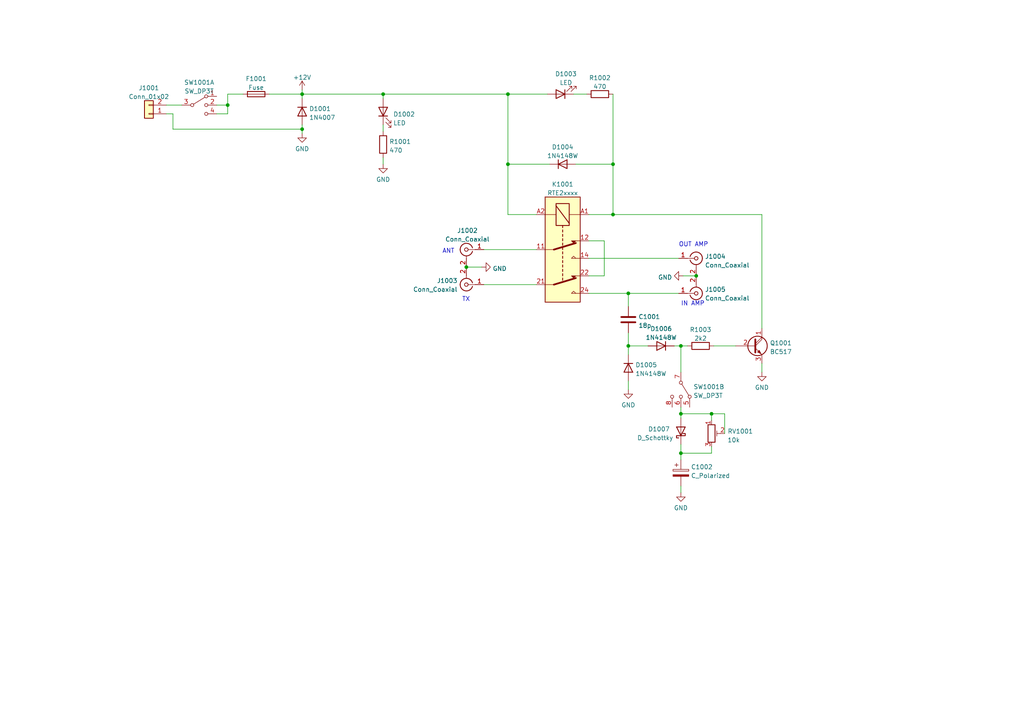
<source format=kicad_sch>
(kicad_sch (version 20211123) (generator eeschema)
  (paper "A4")
  (title_block (title "VOF_HF") (date "2022-05-19") (rev "V0-10") (company "F4DEB"))
  (lib_symbols
    (symbol "Connector:Conn_Coaxial" (pin_names (offset 1.016) hide)
      (property "Reference" "J" (at 0.254 3.048 0))
      (property "Value" "Conn_Coaxial" (at 2.921 0 90))
      (symbol "Conn_Coaxial_0_1"
        (arc (start -1.778 -0.508) (mid 0.2311 -1.8066) (end 1.778 0) (stroke (width 0.254)))
        (polyline (pts (xy -2.54 0) (xy -0.508 0)))
        (polyline (pts (xy 0 -2.54) (xy 0 -1.778)))
        (circle (center 0 0) (radius 0.508) (stroke (width 0.2032)))
        (arc (start 1.778 0) (mid 0.2099 1.8101) (end -1.778 0.508) (stroke (width 0.254)))
      )
      (symbol "Conn_Coaxial_1_1"
        (pin passive line (at -5.08 0 0) (length 2.54) (name "In") (number "1"))
        (pin passive line (at 0 -5.08 90) (length 2.54) (name "Ext") (number "2"))
      )
    )
    (symbol "Connector_Generic:Conn_01x02" (pin_names (offset 1.016) hide)
      (property "Reference" "J" (at 0 2.54 0))
      (property "Value" "Conn_01x02" (at 0 -5.08 0))
      (symbol "Conn_01x02_1_1"
        (rectangle (start -1.27 -2.413) (end 0 -2.667) (stroke (width 0.1524)))
        (rectangle (start -1.27 0.127) (end 0 -0.127) (stroke (width 0.1524)))
        (rectangle (start -1.27 1.27) (end 1.27 -3.81) (stroke (width 0.254)) (fill (type background)))
        (pin passive line (at -5.08 0 0) (length 3.81) (name "Pin_1") (number "1"))
        (pin passive line (at -5.08 -2.54 0) (length 3.81) (name "Pin_2") (number "2"))
      )
    )
    (symbol "Device:C" (pin_numbers hide) (pin_names (offset 0.254))
      (property "Reference" "C" (at 0.635 2.54 0))
      (property "Value" "C" (at 0.635 -2.54 0))
      (symbol "C_0_1"
        (polyline (pts (xy -2.032 -0.762) (xy 2.032 -0.762)) (stroke (width 0.508)))
        (polyline (pts (xy -2.032 0.762) (xy 2.032 0.762)) (stroke (width 0.508)))
      )
      (symbol "C_1_1"
        (pin passive line (at 0 3.81 270) (length 2.794) (name "~") (number "1"))
        (pin passive line (at 0 -3.81 90) (length 2.794) (name "~") (number "2"))
      )
    )
    (symbol "Device:C_Polarized" (pin_numbers hide) (pin_names (offset 0.254))
      (property "Reference" "C" (at 0.635 2.54 0))
      (property "Value" "C_Polarized" (at 0.635 -2.54 0))
      (symbol "C_Polarized_0_1"
        (rectangle (start -2.286 0.508) (end 2.286 1.016))
        (polyline (pts (xy -1.778 2.286) (xy -0.762 2.286)))
        (polyline (pts (xy -1.27 2.794) (xy -1.27 1.778)))
        (rectangle (start 2.286 -0.508) (end -2.286 -1.016) (fill (type outline)))
      )
      (symbol "C_Polarized_1_1"
        (pin passive line (at 0 3.81 270) (length 2.794) (name "~") (number "1"))
        (pin passive line (at 0 -3.81 90) (length 2.794) (name "~") (number "2"))
      )
    )
    (symbol "Device:D_Schottky" (pin_numbers hide) (pin_names (offset 1.016) hide)
      (property "Reference" "D" (at 0 2.54 0))
      (property "Value" "D_Schottky" (at 0 -2.54 0))
      (symbol "D_Schottky_0_1"
        (polyline (pts (xy 1.27 0) (xy -1.27 0)))
        (polyline (pts (xy 1.27 1.27) (xy 1.27 -1.27) (xy -1.27 0) (xy 1.27 1.27)) (stroke (width 0.254)))
        (polyline (pts (xy -1.905 0.635) (xy -1.905 1.27) (xy -1.27 1.27) (xy -1.27 -1.27) (xy -0.635 -1.27) (xy -0.635 -0.635)) (stroke (width 0.254)))
      )
      (symbol "D_Schottky_1_1"
        (pin passive line (at -3.81 0 0) (length 2.54) (name "K") (number "1"))
        (pin passive line (at 3.81 0 180) (length 2.54) (name "A") (number "2"))
      )
    )
    (symbol "Device:Fuse" (pin_numbers hide) (pin_names (offset 0))
      (property "Reference" "F" (at 2.032 0 90))
      (property "Value" "Fuse" (at -1.905 0 90))
      (symbol "Fuse_0_1"
        (rectangle (start -0.762 -2.54) (end 0.762 2.54) (stroke (width 0.254)))
        (polyline (pts (xy 0 2.54) (xy 0 -2.54)))
      )
      (symbol "Fuse_1_1"
        (pin passive line (at 0 3.81 270) (length 1.27) (name "~") (number "1"))
        (pin passive line (at 0 -3.81 90) (length 1.27) (name "~") (number "2"))
      )
    )
    (symbol "Device:LED" (pin_numbers hide) (pin_names (offset 1.016) hide)
      (property "Reference" "D" (at 0 2.54 0))
      (property "Value" "LED" (at 0 -2.54 0))
      (symbol "LED_0_1"
        (polyline (pts (xy -1.27 -1.27) (xy -1.27 1.27)) (stroke (width 0.254)))
        (polyline (pts (xy -1.27 0) (xy 1.27 0)))
        (polyline (pts (xy 1.27 -1.27) (xy 1.27 1.27) (xy -1.27 0) (xy 1.27 -1.27)) (stroke (width 0.254)))
        (polyline (pts (xy -3.048 -0.762) (xy -4.572 -2.286) (xy -3.81 -2.286) (xy -4.572 -2.286) (xy -4.572 -1.524)))
        (polyline (pts (xy -1.778 -0.762) (xy -3.302 -2.286) (xy -2.54 -2.286) (xy -3.302 -2.286) (xy -3.302 -1.524)))
      )
      (symbol "LED_1_1"
        (pin passive line (at -3.81 0 0) (length 2.54) (name "K") (number "1"))
        (pin passive line (at 3.81 0 180) (length 2.54) (name "A") (number "2"))
      )
    )
    (symbol "Device:R" (pin_numbers hide) (pin_names (offset 0))
      (property "Reference" "R" (at 2.032 0 90))
      (property "Value" "R" (at 0 0 90))
      (symbol "R_0_1"
        (rectangle (start -1.016 -2.54) (end 1.016 2.54) (stroke (width 0.254)))
      )
      (symbol "R_1_1"
        (pin passive line (at 0 3.81 270) (length 1.27) (name "~") (number "1"))
        (pin passive line (at 0 -3.81 90) (length 1.27) (name "~") (number "2"))
      )
    )
    (symbol "Device:R_Potentiometer_Trim" (pin_names (offset 1.016) hide)
      (property "Reference" "RV" (at -4.445 0 90))
      (property "Value" "R_Potentiometer_Trim" (at -2.54 0 90))
      (symbol "R_Potentiometer_Trim_0_1"
        (polyline (pts (xy 1.524 0.762) (xy 1.524 -0.762)))
        (polyline (pts (xy 2.54 0) (xy 1.524 0)))
        (rectangle (start 1.016 2.54) (end -1.016 -2.54) (stroke (width 0.254)))
      )
      (symbol "R_Potentiometer_Trim_1_1"
        (pin passive line (at 0 3.81 270) (length 1.27) (name "1") (number "1"))
        (pin passive line (at 3.81 0 180) (length 1.27) (name "2") (number "2"))
        (pin passive line (at 0 -3.81 90) (length 1.27) (name "3") (number "3"))
      )
    )
    (symbol "Diode:1N4007" (pin_numbers hide) (pin_names (offset 1.016) hide)
      (property "Reference" "D" (at 0 2.54 0))
      (property "Value" "1N4007" (at 0 -2.54 0))
      (symbol "1N4007_0_1"
        (polyline (pts (xy -1.27 1.27) (xy -1.27 -1.27)) (stroke (width 0.254)))
        (polyline (pts (xy 1.27 0) (xy -1.27 0)))
        (polyline (pts (xy 1.27 1.27) (xy 1.27 -1.27) (xy -1.27 0) (xy 1.27 1.27)) (stroke (width 0.254)))
      )
      (symbol "1N4007_1_1"
        (pin passive line (at -3.81 0 0) (length 2.54) (name "K") (number "1"))
        (pin passive line (at 3.81 0 180) (length 2.54) (name "A") (number "2"))
      )
    )
    (symbol "Diode:1N4148W" (pin_numbers hide) (pin_names (offset 1.016) hide)
      (property "Reference" "D" (at 0 2.54 0))
      (property "Value" "1N4148W" (at 0 -2.54 0))
      (symbol "1N4148W_0_1"
        (polyline (pts (xy -1.27 1.27) (xy -1.27 -1.27)) (stroke (width 0.254)))
        (polyline (pts (xy 1.27 0) (xy -1.27 0)))
        (polyline (pts (xy 1.27 1.27) (xy 1.27 -1.27) (xy -1.27 0) (xy 1.27 1.27)) (stroke (width 0.254)))
      )
      (symbol "1N4148W_1_1"
        (pin passive line (at -3.81 0 0) (length 2.54) (name "K") (number "1"))
        (pin passive line (at 3.81 0 180) (length 2.54) (name "A") (number "2"))
      )
    )
    (symbol "Relay:RTE2xxxx"
      (property "Reference" "K" (at 16.51 3.81 0))
      (property "Value" "RTE2xxxx" (at 16.51 1.27 0))
      (symbol "RTE2xxxx_0_1"
        (rectangle (start -15.24 5.08) (end 15.24 -5.08) (stroke (width 0.254)) (fill (type background)))
        (rectangle (start -13.335 1.905) (end -6.985 -1.905) (stroke (width 0.254)))
        (polyline (pts (xy -12.7 -1.905) (xy -7.62 1.905)) (stroke (width 0.254)))
        (polyline (pts (xy -10.16 -5.08) (xy -10.16 -1.905)))
        (polyline (pts (xy -10.16 5.08) (xy -10.16 1.905)))
        (polyline (pts (xy -6.985 0) (xy -6.35 0)) (stroke (width 0.254)))
        (polyline (pts (xy -5.715 0) (xy -5.08 0)) (stroke (width 0.254)))
        (polyline (pts (xy -4.445 0) (xy -3.81 0)) (stroke (width 0.254)))
        (polyline (pts (xy -3.175 0) (xy -2.54 0)) (stroke (width 0.254)))
        (polyline (pts (xy -1.905 0) (xy -1.27 0)) (stroke (width 0.254)))
        (polyline (pts (xy -0.635 0) (xy 0 0)) (stroke (width 0.254)))
        (polyline (pts (xy 0 -2.54) (xy -1.905 3.81)) (stroke (width 0.508)))
        (polyline (pts (xy 0 -2.54) (xy 0 -5.08)))
        (polyline (pts (xy 0.635 0) (xy 1.27 0)) (stroke (width 0.254)))
        (polyline (pts (xy 1.905 0) (xy 2.54 0)) (stroke (width 0.254)))
        (polyline (pts (xy 3.175 0) (xy 3.81 0)) (stroke (width 0.254)))
        (polyline (pts (xy 4.445 0) (xy 5.08 0)) (stroke (width 0.254)))
        (polyline (pts (xy 5.715 0) (xy 6.35 0)) (stroke (width 0.254)))
        (polyline (pts (xy 6.985 0) (xy 7.62 0)) (stroke (width 0.254)))
        (polyline (pts (xy 8.255 0) (xy 8.89 0)) (stroke (width 0.254)))
        (polyline (pts (xy 10.16 -2.54) (xy 8.255 3.81)) (stroke (width 0.508)))
        (polyline (pts (xy 10.16 -2.54) (xy 10.16 -5.08)))
        (polyline (pts (xy -2.54 5.08) (xy -2.54 2.54) (xy -1.905 3.175) (xy -2.54 3.81)) (fill (type outline)))
        (polyline (pts (xy 2.54 5.08) (xy 2.54 2.54) (xy 1.905 3.175) (xy 2.54 3.81)))
        (polyline (pts (xy 7.62 5.08) (xy 7.62 2.54) (xy 8.255 3.175) (xy 7.62 3.81)) (fill (type outline)))
        (polyline (pts (xy 12.7 5.08) (xy 12.7 2.54) (xy 12.065 3.175) (xy 12.7 3.81)))
      )
      (symbol "RTE2xxxx_1_1"
        (pin passive line (at 0 -7.62 90) (length 2.54) (name "~") (number "11"))
        (pin passive line (at -2.54 7.62 270) (length 2.54) (name "~") (number "12"))
        (pin passive line (at 2.54 7.62 270) (length 2.54) (name "~") (number "14"))
        (pin passive line (at 10.16 -7.62 90) (length 2.54) (name "~") (number "21"))
        (pin passive line (at 7.62 7.62 270) (length 2.54) (name "~") (number "22"))
        (pin passive line (at 12.7 7.62 270) (length 2.54) (name "~") (number "24"))
        (pin passive line (at -10.16 7.62 270) (length 2.54) (name "~") (number "A1"))
        (pin passive line (at -10.16 -7.62 90) (length 2.54) (name "~") (number "A2"))
      )
    )
    (symbol "Switch:SW_DP3T" (pin_names (offset 0) hide)
      (property "Reference" "SW" (at 0 5.08 0))
      (property "Value" "SW_DP3T" (at 0 -5.08 0))
      (symbol "SW_DP3T_0_1"
        (circle (center -2.032 0) (radius 0.4572))
        (polyline (pts (xy -1.651 0.254) (xy 1.651 2.286)))
        (circle (center 2.032 -2.54) (radius 0.4572))
        (circle (center 2.032 0) (radius 0.4572))
        (circle (center 2.032 2.54) (radius 0.4572))
      )
      (symbol "SW_DP3T_1_1"
        (pin passive line (at 5.08 2.54 180) (length 2.54) (name "1") (number "1"))
        (pin passive line (at 5.08 0 180) (length 2.54) (name "2") (number "2"))
        (pin passive line (at -5.08 0 0) (length 2.54) (name "3") (number "3"))
        (pin passive line (at 5.08 -2.54 180) (length 2.54) (name "4") (number "4"))
      )
      (symbol "SW_DP3T_2_1"
        (pin passive line (at 5.08 2.54 180) (length 2.54) (name "5") (number "5"))
        (pin passive line (at 5.08 0 180) (length 2.54) (name "6") (number "6"))
        (pin passive line (at -5.08 0 0) (length 2.54) (name "7") (number "7"))
        (pin passive line (at 5.08 -2.54 180) (length 2.54) (name "8") (number "8"))
      )
    )
    (symbol "Transistor_BJT:BC517" (pin_names (offset 0) hide)
      (property "Reference" "Q" (at 5.08 1.905 0))
      (property "Value" "BC517" (at 5.08 0 0))
      (symbol "BC517_0_1"
        (polyline (pts (xy 0.635 0.635) (xy 2.54 2.54)))
        (polyline (pts (xy 0.635 -0.635) (xy 2.54 -2.54) (xy 2.54 -2.54)))
        (polyline (pts (xy 0.635 0) (xy 2.54 1.905) (xy 2.54 2.54)))
        (polyline (pts (xy 0.635 1.905) (xy 0.635 -1.905) (xy 0.635 -1.905)) (stroke (width 0.508)))
        (polyline (pts (xy 1.27 -1.778) (xy 1.778 -1.27) (xy 2.286 -2.286) (xy 1.27 -1.778) (xy 1.27 -1.778)) (fill (type outline)))
        (circle (center 1.27 0) (radius 2.8194) (stroke (width 0.254)))
      )
      (symbol "BC517_1_1"
        (pin passive line (at 2.54 5.08 270) (length 2.54) (name "C") (number "1"))
        (pin input line (at -5.08 0 0) (length 5.715) (name "B") (number "2"))
        (pin passive line (at 2.54 -5.08 90) (length 2.54) (name "E") (number "3"))
      )
    )
    (symbol "power:+12V" (power) (pin_names (offset 0))
      (property "Value" "+12V" (at 0 3.556 0))
      (symbol "+12V_0_1"
        (polyline (pts (xy -0.762 1.27) (xy 0 2.54)))
        (polyline (pts (xy 0 0) (xy 0 2.54)))
        (polyline (pts (xy 0 2.54) (xy 0.762 1.27)))
      )
      (symbol "+12V_1_1"
        (pin power_in line (at 0 0 90) (length 0) hide (name "+12V") (number "1"))
      )
    )
    (symbol "power:GND" (power) (pin_names (offset 0))
      (property "Value" "GND" (at 0 -3.81 0))
      (symbol "GND_0_1"
        (polyline (pts (xy 0 0) (xy 0 -1.27) (xy 1.27 -1.27) (xy 0 -2.54) (xy -1.27 -1.27) (xy 0 -1.27)))
      )
      (symbol "GND_1_1"
        (pin power_in line (at 0 0 270) (length 0) hide (name "GND") (number "1"))
      )
    )
  )
  (junction (at 177.8 62.23))
  (junction (at 135.255 77.47))
  (junction (at 111.125 27.305))
  (junction (at 197.485 100.33))
  (junction (at 197.485 131.445))
  (junction (at 87.63 27.305))
  (junction (at 147.32 47.625))
  (junction (at 147.32 27.305))
  (junction (at 66.04 30.48))
  (junction (at 182.245 85.09))
  (junction (at 201.93 80.01))
  (junction (at 197.485 120.015))
  (junction (at 182.245 100.33))
  (junction (at 206.375 120.015))
  (junction (at 177.8 47.625))
  (junction (at 87.63 37.465))
  (wire (pts (xy 182.245 110.49) (xy 182.245 113.03)))
  (wire (pts (xy 147.32 47.625) (xy 159.385 47.625)))
  (wire (pts (xy 147.32 27.305) (xy 158.75 27.305)))
  (wire (pts (xy 195.58 100.33) (xy 197.485 100.33)))
  (wire (pts (xy 197.485 131.445) (xy 206.375 131.445)))
  (wire (pts (xy 220.98 62.23) (xy 177.8 62.23)))
  (wire (pts (xy 207.01 100.33) (xy 213.36 100.33)))
  (wire (pts (xy 197.485 120.015) (xy 197.485 118.11)))
  (wire (pts (xy 147.32 27.305) (xy 111.125 27.305)))
  (wire (pts (xy 62.865 33.02) (xy 66.04 33.02)))
  (wire (pts (xy 197.485 128.905) (xy 197.485 131.445)))
  (wire (pts (xy 182.245 96.52) (xy 182.245 100.33)))
  (wire (pts (xy 206.375 120.015) (xy 206.375 121.92)))
  (wire (pts (xy 210.185 120.015) (xy 210.185 125.73)))
  (wire (pts (xy 220.98 105.41) (xy 220.98 107.95)))
  (wire (pts (xy 87.63 26.035) (xy 87.63 27.305)))
  (wire (pts (xy 167.005 47.625) (xy 177.8 47.625)))
  (wire (pts (xy 177.8 62.23) (xy 170.815 62.23)))
  (wire (pts (xy 220.98 95.25) (xy 220.98 62.23)))
  (wire (pts (xy 197.485 100.33) (xy 199.39 100.33)))
  (wire (pts (xy 170.815 85.09) (xy 182.245 85.09)))
  (wire (pts (xy 78.105 27.305) (xy 87.63 27.305)))
  (wire (pts (xy 175.26 69.85) (xy 175.26 80.01)))
  (wire (pts (xy 198.12 80.01) (xy 201.93 80.01)))
  (wire (pts (xy 197.485 121.285) (xy 197.485 120.015)))
  (wire (pts (xy 182.245 85.09) (xy 182.245 88.9)))
  (wire (pts (xy 111.125 36.195) (xy 111.125 38.1)))
  (wire (pts (xy 135.255 77.47) (xy 139.7 77.47)))
  (wire (pts (xy 66.04 30.48) (xy 66.04 27.305)))
  (wire (pts (xy 50.165 37.465) (xy 87.63 37.465)))
  (wire (pts (xy 197.485 120.015) (xy 206.375 120.015)))
  (wire (pts (xy 177.8 47.625) (xy 177.8 62.23)))
  (wire (pts (xy 170.815 69.85) (xy 175.26 69.85)))
  (wire (pts (xy 140.335 72.39) (xy 155.575 72.39)))
  (wire (pts (xy 182.245 100.33) (xy 187.96 100.33)))
  (wire (pts (xy 50.165 33.02) (xy 50.165 37.465)))
  (wire (pts (xy 175.26 80.01) (xy 170.815 80.01)))
  (wire (pts (xy 87.63 27.305) (xy 87.63 28.575)))
  (wire (pts (xy 177.8 27.305) (xy 177.8 47.625)))
  (wire (pts (xy 197.485 100.33) (xy 197.485 107.95)))
  (wire (pts (xy 111.125 27.305) (xy 87.63 27.305)))
  (wire (pts (xy 87.63 37.465) (xy 87.63 36.195)))
  (wire (pts (xy 197.485 131.445) (xy 197.485 133.35)))
  (wire (pts (xy 111.125 27.305) (xy 111.125 28.575)))
  (wire (pts (xy 182.245 100.33) (xy 182.245 102.87)))
  (wire (pts (xy 182.245 85.09) (xy 196.85 85.09)))
  (wire (pts (xy 170.815 74.93) (xy 196.85 74.93)))
  (wire (pts (xy 197.485 140.97) (xy 197.485 142.875)))
  (wire (pts (xy 206.375 120.015) (xy 210.185 120.015)))
  (wire (pts (xy 111.125 45.72) (xy 111.125 47.625)))
  (wire (pts (xy 140.335 82.55) (xy 155.575 82.55)))
  (wire (pts (xy 66.04 27.305) (xy 70.485 27.305)))
  (wire (pts (xy 48.26 30.48) (xy 52.705 30.48)))
  (wire (pts (xy 166.37 27.305) (xy 170.18 27.305)))
  (wire (pts (xy 66.04 33.02) (xy 66.04 30.48)))
  (wire (pts (xy 206.375 131.445) (xy 206.375 129.54)))
  (wire (pts (xy 147.32 62.23) (xy 147.32 47.625)))
  (wire (pts (xy 48.26 33.02) (xy 50.165 33.02)))
  (wire (pts (xy 155.575 62.23) (xy 147.32 62.23)))
  (wire (pts (xy 87.63 37.465) (xy 87.63 38.735)))
  (wire (pts (xy 62.865 30.48) (xy 66.04 30.48)))
  (wire (pts (xy 147.32 47.625) (xy 147.32 27.305)))
  (text "TX" (at 133.985 87.63 0) (effects (font (size 1.27 1.27)) (justify left bottom)))
  (text "OUT AMP" (at 196.85 71.755 0) (effects (font (size 1.27 1.27)) (justify left bottom)))
  (text "IN AMP" (at 197.485 88.9 0) (effects (font (size 1.27 1.27)) (justify left bottom)))
  (text "ANT" (at 128.27 73.66 0) (effects (font (size 1.27 1.27)) (justify left bottom)))
  (symbol (lib_id "Device:R_Potentiometer_Trim") (at 206.375 125.73 0) (unit 1)
    (property "Reference" "RV1001" (at 218.44 125.095 0) (effects (justify right)))
    (property "Value" "10k" (at 214.63 127.635 0) (effects (justify right)))
    (property "Footprint" "Potentiometer_THT:Potentiometer_Bourns_3296W_Vertical" (effects hide))
  )
  (symbol (lib_id "Device:LED") (at 111.125 32.385 90) (unit 1)
    (property "Reference" "D1002" (at 114.046 33.1378 90) (effects (justify right)))
    (property "Value" "LED" (at 114.046 35.6747 90) (effects (justify right)))
    (property "Footprint" "LED_THT:LED_D3.0mm" (effects hide))
  )
  (symbol (lib_id "power:GND") (at 87.63 38.735 0) (unit 1)
    (property "Reference" "#PWR01002" (effects hide))
    (property "Value" "GND" (at 87.63 43.1784 0))
  )
  (symbol (lib_id "Connector_Generic:Conn_01x02") (at 43.18 33.02 180) (unit 1)
    (property "Reference" "J1001" (at 43.18 25.5102 0))
    (property "Value" "Conn_01x02" (at 43.18 28.0471 0))
    (property "Footprint" "Connector_Phoenix_MSTB:PhoenixContact_MSTBVA_2,5_2-G-5,08_1x02_P5.08mm_Vertical" (effects hide))
  )
  (symbol (lib_id "power:+12V") (at 87.63 26.035 0) (unit 1)
    (property "Reference" "#PWR01001" (effects hide))
    (property "Value" "+12V" (at 87.63 22.4592 0))
  )
  (symbol (lib_id "Device:C_Polarized") (at 197.485 137.16 0) (unit 1)
    (property "Reference" "C1002" (at 200.406 135.4363 0) (effects (justify left)))
    (property "Value" "C_Polarized" (at 200.406 137.9732 0) (effects (justify left)))
    (property "Footprint" "Capacitor_THT:CP_Radial_D8.0mm_P3.50mm" (effects hide))
  )
  (symbol (lib_id "Device:C") (at 182.245 92.71 180) (unit 1)
    (property "Reference" "C1001" (at 185.166 91.8753 0) (effects (justify right)))
    (property "Value" "18p" (at 185.166 94.4122 0) (effects (justify right)))
    (property "Footprint" "Capacitor_SMD:C_0603_1608Metric" (effects hide))
  )
  (symbol (lib_id "Diode:1N4007") (at 87.63 32.385 270) (unit 1)
    (property "Reference" "D1001" (at 89.662 31.5503 90) (effects (justify left)))
    (property "Value" "1N4007" (at 89.662 34.0872 90) (effects (justify left)))
    (property "Footprint" "Diode_THT:D_DO-41_SOD81_P10.16mm_Horizontal" (effects hide))
    (property "Datasheet" "http://www.vishay.com/docs/88503/1n4001.pdf" (effects hide))
  )
  (symbol (lib_id "power:GND") (at 198.12 80.01 270) (unit 1)
    (property "Reference" "#PWR01007" (effects hide))
    (property "Value" "GND" (at 194.9451 80.4438 90) (effects (justify right)))
  )
  (symbol (lib_id "Connector:Conn_Coaxial") (at 135.255 82.55 180) (unit 1)
    (property "Reference" "J1003" (at 132.7149 81.4221 0) (effects (justify left)))
    (property "Value" "Conn_Coaxial" (at 132.7149 83.959 0) (effects (justify left)))
    (property "Footprint" "Connector_Coaxial:SMA_Amphenol_901-144_Vertical" (effects hide))
    (property "Datasheet" " ~" (effects hide))
  )
  (symbol (lib_id "Diode:1N4148W") (at 163.195 47.625 0) (unit 1)
    (property "Reference" "D1004" (at 163.195 42.6552 0))
    (property "Value" "1N4148W" (at 163.195 45.1921 0))
    (property "Footprint" "Diode_SMD:D_SOD-123" (effects hide))
    (property "Datasheet" "https://www.vishay.com/docs/85748/1n4148w.pdf" (effects hide))
  )
  (symbol (lib_id "Transistor_BJT:BC517") (at 218.44 100.33 0) (unit 1)
    (property "Reference" "Q1001" (at 223.2914 99.4953 0) (effects (justify left)))
    (property "Value" "BC517" (at 223.2914 102.0322 0) (effects (justify left)))
    (property "Footprint" "Package_TO_SOT_THT:TO-92_Wide" (effects hide))
    (property "Datasheet" "https://www.onsemi.com/pub/Collateral/BC517-D74Z-D.PDF" (effects hide))
  )
  (symbol (lib_id "Diode:1N4148W") (at 182.245 106.68 270) (unit 1)
    (property "Reference" "D1005" (at 184.277 105.8453 90) (effects (justify left)))
    (property "Value" "1N4148W" (at 184.277 108.3822 90) (effects (justify left)))
    (property "Footprint" "Diode_SMD:D_MiniMELF" (effects hide))
    (property "Datasheet" "https://www.vishay.com/docs/85748/1n4148w.pdf" (effects hide))
  )
  (symbol (lib_id "power:GND") (at 220.98 107.95 0) (unit 1)
    (property "Reference" "#PWR01008" (effects hide))
    (property "Value" "GND" (at 220.98 112.3934 0))
  )
  (symbol (lib_id "Switch:SW_DP3T") (at 197.485 113.03 270) (unit 2)
    (property "Reference" "SW1001" (at 201.1172 112.1953 90) (effects (justify left)))
    (property "Value" "SW_DP3T" (at 201.1172 114.7322 90) (effects (justify left)))
    (property "Footprint" "f4deb-mod-library:2P3T-ON-ON-ON-8P" (effects hide))
  )
  (symbol (lib_id "Relay:RTE2xxxx") (at 163.195 72.39 270) (unit 1)
    (property "Reference" "K1001" (at 163.195 53.4502 90))
    (property "Value" "RTE2xxxx" (at 163.195 55.9871 90))
    (property "Footprint" "Relay_THT:Relay_DPDT_Schrack-RT2-FormC_RM5mm" (effects hide))
    (property "Datasheet" "http://www.te.com/commerce/DocumentDelivery/DDEController?Action=showdoc&DocId=Data+Sheet%7FRT2%7F1014%7Fpdf%7FEnglish%7FENG_DS_RT2_1014.pdf%7F6-1393243-3" (effects hide))
  )
  (symbol (lib_id "power:GND") (at 139.7 77.47 90) (unit 1)
    (property "Reference" "#PWR01004" (effects hide))
    (property "Value" "GND" (at 142.875 77.9038 90) (effects (justify right)))
  )
  (symbol (lib_id "Connector:Conn_Coaxial") (at 201.93 74.93 0) (unit 1)
    (property "Reference" "J1004" (at 204.47 74.3885 0) (effects (justify left)))
    (property "Value" "Conn_Coaxial" (at 204.47 76.9254 0) (effects (justify left)))
    (property "Footprint" "Connector_Coaxial:SMA_Amphenol_901-144_Vertical" (effects hide))
    (property "Datasheet" " ~" (effects hide))
  )
  (symbol (lib_id "power:GND") (at 182.245 113.03 0) (unit 1)
    (property "Reference" "#PWR01005" (effects hide))
    (property "Value" "GND" (at 182.245 117.4734 0))
  )
  (symbol (lib_id "Connector:Conn_Coaxial") (at 201.93 85.09 0) (mirror x) (unit 1)
    (property "Reference" "J1005" (at 204.47 83.9621 0) (effects (justify left)))
    (property "Value" "Conn_Coaxial" (at 204.47 86.499 0) (effects (justify left)))
    (property "Footprint" "Connector_Coaxial:SMA_Amphenol_901-144_Vertical" (effects hide))
    (property "Datasheet" " ~" (effects hide))
  )
  (symbol (lib_id "power:GND") (at 111.125 47.625 0) (unit 1)
    (property "Reference" "#PWR01003" (effects hide))
    (property "Value" "GND" (at 111.125 52.0684 0))
  )
  (symbol (lib_id "Device:R") (at 173.99 27.305 90) (unit 1)
    (property "Reference" "R1002" (at 173.99 22.5892 90))
    (property "Value" "470" (at 173.99 25.1261 90))
    (property "Footprint" "Resistor_SMD:R_0603_1608Metric" (effects hide))
  )
  (symbol (lib_id "Device:D_Schottky") (at 197.485 125.095 90) (unit 1)
    (property "Reference" "D1007" (at 187.96 124.46 90) (effects (justify right)))
    (property "Value" "D_Schottky" (at 184.785 127 90) (effects (justify right)))
    (property "Footprint" "Diode_SMD:D_MiniMELF" (effects hide))
  )
  (symbol (lib_id "Device:LED") (at 162.56 27.305 180) (unit 1)
    (property "Reference" "D1003" (at 164.1475 21.4462 0))
    (property "Value" "LED" (at 164.1475 23.9831 0))
    (property "Footprint" "LED_THT:LED_D3.0mm" (effects hide))
  )
  (symbol (lib_id "Diode:1N4148W") (at 191.77 100.33 180) (unit 1)
    (property "Reference" "D1006" (at 191.77 95.3602 0))
    (property "Value" "1N4148W" (at 191.77 97.8971 0))
    (property "Footprint" "Diode_SMD:D_MiniMELF" (effects hide))
    (property "Datasheet" "https://www.vishay.com/docs/85748/1n4148w.pdf" (effects hide))
  )
  (symbol (lib_id "Device:Fuse") (at 74.295 27.305 90) (unit 1)
    (property "Reference" "F1001" (at 74.295 22.8432 90))
    (property "Value" "Fuse" (at 74.295 25.3801 90))
    (property "Footprint" "Fuse:Fuseholder_Cylinder-5x20mm_Schurter_0031_8201_Horizontal_Open" (effects hide))
  )
  (symbol (lib_id "Device:R") (at 203.2 100.33 90) (unit 1)
    (property "Reference" "R1003" (at 203.2 95.6142 90))
    (property "Value" "2k2" (at 203.2 98.1511 90))
    (property "Footprint" "Resistor_SMD:R_0603_1608Metric" (effects hide))
  )
  (symbol (lib_id "power:GND") (at 197.485 142.875 0) (unit 1)
    (property "Reference" "#PWR01006" (effects hide))
    (property "Value" "GND" (at 197.485 147.3184 0))
  )
  (symbol (lib_id "Switch:SW_DP3T") (at 57.785 30.48 0) (unit 1)
    (property "Reference" "SW1001" (at 57.785 23.91 0))
    (property "Value" "SW_DP3T" (at 57.785 26.4469 0))
    (property "Footprint" "f4deb-mod-library:2P3T-ON-ON-ON-8P" (effects hide))
  )
  (symbol (lib_id "Device:R") (at 111.125 41.91 0) (unit 1)
    (property "Reference" "R1001" (at 112.903 41.0753 0) (effects (justify left)))
    (property "Value" "470" (at 112.903 43.6122 0) (effects (justify left)))
    (property "Footprint" "Resistor_SMD:R_0603_1608Metric" (effects hide))
  )
  (symbol (lib_id "Connector:Conn_Coaxial") (at 135.255 72.39 0) (mirror y) (unit 1)
    (property "Reference" "J1002" (at 135.5724 66.8636 0))
    (property "Value" "Conn_Coaxial" (at 135.5724 69.4005 0))
    (property "Footprint" "Connector_Coaxial:SMA_Amphenol_901-144_Vertical" (effects hide))
    (property "Datasheet" " ~" (effects hide))
  )
)
</source>
